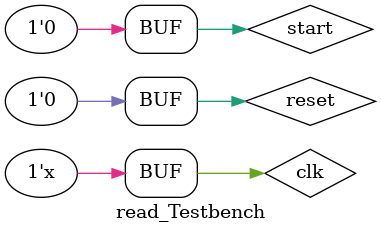
<source format=v>
`timescale 1ns / 1ps


module read_Testbench;
    parameter numBytes = 200;
    reg clk;
    reg start;
    reg reset;
    wire [numBytes-1:0] char_String;
    
    readImage #(.numBytes(numBytes))read (.clk(clk),.start(start),.reset(reset),.char_String(char_String));//,b2[0],b3[0],b4[0],b5[0],b6[0],b7[0],b8[0]);
//    initial begin
//    $monitor("%d %d",$realtime);
//    end
    initial begin
        start = 1'b0;
        clk = 1'b0;
        reset = 1'b0;
        #1 reset = ~reset;
        #1 reset = ~reset;
    end
     
    parameter clockRate = 1;
        
    always #0.1 clk= ~clk;   
    
endmodule

</source>
